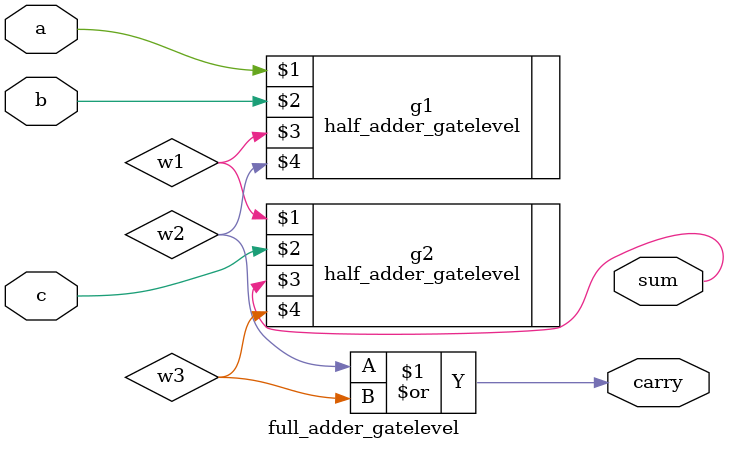
<source format=v>
`timescale 1ns / 1ps

//Anand Tharad
//2141020018
//CSE-N
//FULL ADDER GATELEVEL
module full_adder_gatelevel(
    input a,
    input b,
    input c,
    output sum,
    output carry
    );
wire w1,w2,w3;
half_adder_gatelevel g1(a,b,w1,w2);
half_adder_gatelevel g2(w1,c,sum,w3);
or g3(carry,w2,w3);
endmodule

</source>
